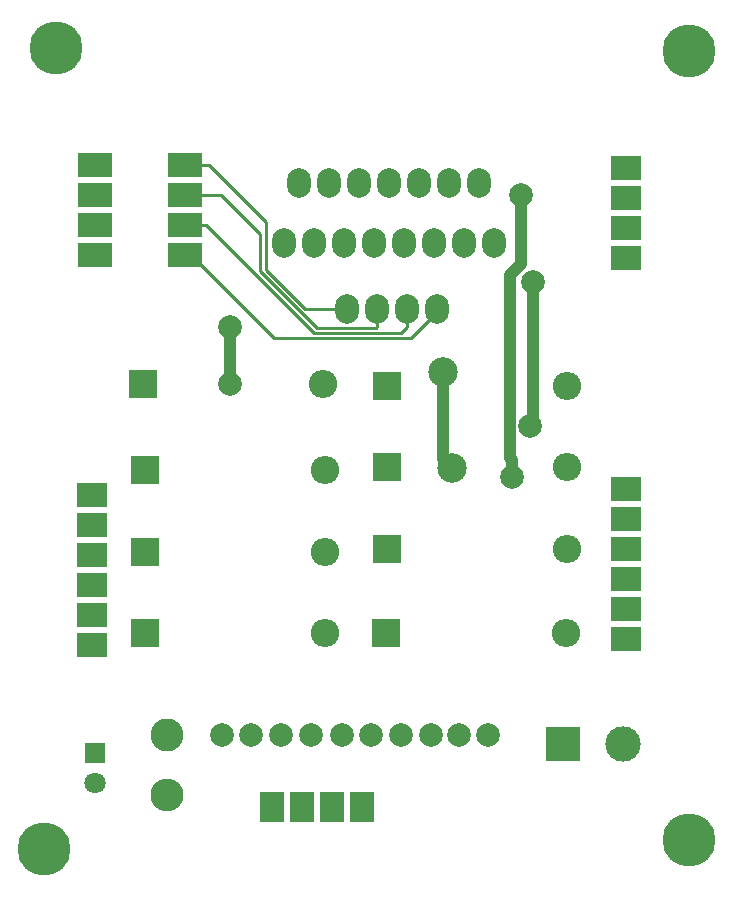
<source format=gbr>
G04 #@! TF.GenerationSoftware,KiCad,Pcbnew,(5.1.2)-2*
G04 #@! TF.CreationDate,2020-05-01T16:22:05+07:00*
G04 #@! TF.ProjectId,l298n,6c323938-6e2e-46b6-9963-61645f706362,rev?*
G04 #@! TF.SameCoordinates,Original*
G04 #@! TF.FileFunction,Copper,L1,Top*
G04 #@! TF.FilePolarity,Positive*
%FSLAX46Y46*%
G04 Gerber Fmt 4.6, Leading zero omitted, Abs format (unit mm)*
G04 Created by KiCad (PCBNEW (5.1.2)-2) date 2020-05-01 16:22:05*
%MOMM*%
%LPD*%
G04 APERTURE LIST*
%ADD10R,3.000000X2.000000*%
%ADD11O,2.000000X2.500000*%
%ADD12R,2.500000X2.000000*%
%ADD13C,2.000000*%
%ADD14R,1.800000X1.800000*%
%ADD15C,1.800000*%
%ADD16R,3.000000X3.000000*%
%ADD17C,3.000000*%
%ADD18R,2.000000X2.500000*%
%ADD19C,2.800000*%
%ADD20O,2.800000X2.800000*%
%ADD21R,2.400000X2.400000*%
%ADD22O,2.400000X2.400000*%
%ADD23C,4.500000*%
%ADD24C,2.500000*%
%ADD25C,1.000000*%
%ADD26C,0.250000*%
G04 APERTURE END LIST*
D10*
X94234000Y-39624000D03*
X94234000Y-37084000D03*
X94234000Y-34544000D03*
X94234000Y-32004000D03*
D11*
X115570000Y-44196000D03*
X113030000Y-44196000D03*
X110490000Y-44196000D03*
X107950000Y-44196000D03*
D12*
X131572000Y-39878000D03*
X131572000Y-37338000D03*
X131572000Y-34798000D03*
X131572000Y-32258000D03*
D11*
X102616000Y-38608000D03*
X103886000Y-33528000D03*
X105156000Y-38608000D03*
X106426000Y-33528000D03*
X107696000Y-38608000D03*
X108966000Y-33528000D03*
X110236000Y-38608000D03*
X111506000Y-33528000D03*
X112776000Y-38608000D03*
X114046000Y-33528000D03*
X115316000Y-38608000D03*
X116586000Y-33528000D03*
X117856000Y-38608000D03*
X119126000Y-33528000D03*
X120396000Y-38608000D03*
D13*
X109982000Y-80264000D03*
X107482000Y-80264000D03*
X112522000Y-80264000D03*
X115022000Y-80264000D03*
X119888000Y-80264000D03*
X117388000Y-80264000D03*
X99822000Y-80264000D03*
X97322000Y-80264000D03*
X102362000Y-80264000D03*
X104862000Y-80264000D03*
D14*
X86614000Y-81788000D03*
D15*
X86614000Y-84328000D03*
D16*
X126238000Y-81026000D03*
D17*
X131318000Y-81026000D03*
D18*
X101600000Y-86360000D03*
X104140000Y-86360000D03*
X106680000Y-86360000D03*
X109220000Y-86360000D03*
D12*
X86360000Y-59944000D03*
X86360000Y-62484000D03*
X86360000Y-65024000D03*
X86360000Y-67564000D03*
X86360000Y-70104000D03*
X86360000Y-72644000D03*
X131572000Y-72136000D03*
X131572000Y-69596000D03*
X131572000Y-67056000D03*
X131572000Y-64516000D03*
X131572000Y-61976000D03*
X131572000Y-59436000D03*
D19*
X92710000Y-80264000D03*
D20*
X92710000Y-85344000D03*
D10*
X86614000Y-32004000D03*
X86614000Y-34544000D03*
X86614000Y-37084000D03*
X86614000Y-39624000D03*
D21*
X111252000Y-71628000D03*
D22*
X126492000Y-71628000D03*
D21*
X90883001Y-57841001D03*
D22*
X106123001Y-57841001D03*
X126583001Y-50697001D03*
D21*
X111343001Y-50697001D03*
D22*
X106123001Y-64731001D03*
D21*
X90883001Y-64731001D03*
X111343001Y-57587001D03*
D22*
X126583001Y-57587001D03*
D21*
X90883001Y-71621001D03*
D22*
X106123001Y-71621001D03*
X126583001Y-64477001D03*
D21*
X111343001Y-64477001D03*
D22*
X105918000Y-50546000D03*
D21*
X90678000Y-50546000D03*
D23*
X136906000Y-89154000D03*
X82296000Y-89916000D03*
X83312000Y-22098000D03*
X136906000Y-22352000D03*
D24*
X116840000Y-57658000D03*
D13*
X123698000Y-41910000D03*
X123444000Y-54102000D03*
X122682000Y-34544000D03*
X121920000Y-58420000D03*
D24*
X116078000Y-49530000D03*
D13*
X98044000Y-45720000D03*
X98044000Y-50546000D03*
D25*
X123698000Y-53848000D02*
X123444000Y-54102000D01*
X123698000Y-41910000D02*
X123698000Y-53848000D01*
X116078000Y-56896000D02*
X116840000Y-57658000D01*
X116078000Y-49530000D02*
X116078000Y-56896000D01*
X98044000Y-45720000D02*
X98044000Y-50546000D01*
D26*
X96046182Y-37084000D02*
X94234000Y-37084000D01*
X105183201Y-46221019D02*
X96046182Y-37084000D01*
X112504980Y-46221020D02*
X105183201Y-46221019D01*
X113030000Y-44196000D02*
X113030000Y-45696000D01*
X113030000Y-45696000D02*
X112504980Y-46221020D01*
D25*
X121920000Y-57005787D02*
X121920000Y-58420000D01*
X121743999Y-56829786D02*
X121920000Y-57005787D01*
X121743999Y-41347999D02*
X121743999Y-56829786D01*
X122682000Y-40409998D02*
X121743999Y-41347999D01*
X122682000Y-34544000D02*
X122682000Y-40409998D01*
D26*
X105369602Y-45771010D02*
X100584000Y-40985408D01*
X110414990Y-45771010D02*
X105369602Y-45771010D01*
X110490000Y-44196000D02*
X110490000Y-45696000D01*
X110490000Y-45696000D02*
X110414990Y-45771010D01*
X100584000Y-40985408D02*
X100584000Y-37846000D01*
X97282000Y-34544000D02*
X94234000Y-34544000D01*
X100584000Y-37846000D02*
X97282000Y-34544000D01*
X94734000Y-39624000D02*
X94234000Y-39624000D01*
X101781029Y-46671029D02*
X94734000Y-39624000D01*
X113344971Y-46671029D02*
X101781029Y-46671029D01*
X115570000Y-44446000D02*
X113344971Y-46671029D01*
X115570000Y-44196000D02*
X115570000Y-44446000D01*
X104431002Y-44196000D02*
X101092000Y-40856998D01*
X107950000Y-44196000D02*
X104431002Y-44196000D01*
X101092000Y-40856998D02*
X101092000Y-36830000D01*
X96266000Y-32004000D02*
X94234000Y-32004000D01*
X101092000Y-36830000D02*
X96266000Y-32004000D01*
M02*

</source>
